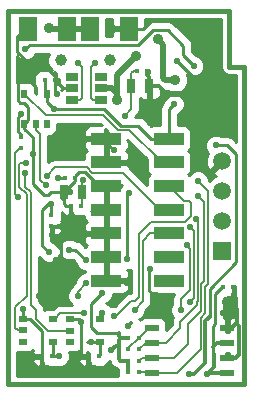
<source format=gbl>
G04 (created by PCBNEW-RS274X (2010-08-11 BZR 2448)-unstable) date Thu 16 Jun 2011 10:10:32 CST*
G01*
G70*
G90*
%MOIN*%
G04 Gerber Fmt 3.4, Leading zero omitted, Abs format*
%FSLAX34Y34*%
G04 APERTURE LIST*
%ADD10C,0.001000*%
%ADD11C,0.015000*%
%ADD12R,0.018100X0.018100*%
%ADD13R,0.025000X0.045000*%
%ADD14R,0.060000X0.080000*%
%ADD15R,0.045000X0.020000*%
%ADD16R,0.030000X0.020000*%
%ADD17R,0.020000X0.030000*%
%ADD18R,0.039400X0.027600*%
%ADD19C,0.039400*%
%ADD20R,0.098400X0.039400*%
%ADD21R,0.059100X0.059100*%
%ADD22C,0.059100*%
%ADD23C,0.022000*%
%ADD24C,0.035000*%
%ADD25C,0.011800*%
%ADD26C,0.010000*%
%ADD27C,0.020000*%
%ADD28C,0.006000*%
G04 APERTURE END LIST*
G54D10*
G54D11*
X47244Y-51811D02*
X39370Y-51811D01*
X47244Y-41220D02*
X47244Y-41220D01*
X46732Y-41221D02*
X47244Y-41221D01*
X46732Y-39370D02*
X46732Y-41220D01*
X39370Y-51811D02*
X39370Y-39370D01*
X47244Y-41220D02*
X47244Y-51811D01*
X39370Y-39370D02*
X46732Y-39370D01*
G54D12*
X43370Y-50640D03*
X43720Y-50640D03*
X46520Y-48580D03*
X46870Y-48580D03*
X43720Y-50260D03*
X43370Y-50260D03*
X40810Y-46180D03*
X40810Y-46530D03*
X41250Y-44940D03*
X41600Y-44940D03*
X43720Y-51020D03*
X43370Y-51020D03*
X43720Y-51410D03*
X43370Y-51410D03*
X42390Y-50880D03*
X42040Y-50880D03*
X40840Y-50880D03*
X40490Y-50880D03*
X40580Y-41680D03*
X40930Y-41680D03*
X39800Y-43920D03*
X39800Y-43570D03*
G54D13*
X43475Y-41875D03*
X44075Y-41875D03*
X41820Y-45400D03*
X41220Y-45400D03*
G54D14*
X42086Y-39961D03*
X43386Y-39961D03*
G54D15*
X46670Y-51420D03*
X46670Y-50920D03*
X46670Y-50420D03*
X46670Y-49920D03*
X44170Y-49920D03*
X44170Y-50420D03*
X44170Y-50920D03*
X44170Y-51420D03*
G54D16*
X41430Y-50395D03*
X41430Y-49645D03*
X42430Y-50395D03*
X41430Y-50020D03*
X42430Y-49645D03*
G54D17*
X40655Y-43120D03*
X39905Y-43120D03*
X40655Y-42120D03*
X40280Y-43120D03*
X39905Y-42120D03*
G54D16*
X39860Y-50385D03*
X39860Y-49635D03*
X40860Y-50385D03*
X39860Y-50010D03*
X40860Y-49635D03*
G54D18*
X41510Y-42320D03*
X41510Y-41945D03*
X41510Y-41572D03*
X42454Y-41570D03*
X42454Y-41948D03*
X42454Y-42320D03*
G54D19*
X41123Y-41015D03*
X42777Y-41015D03*
G54D12*
X43650Y-41375D03*
X44000Y-41375D03*
X41810Y-45870D03*
X41460Y-45870D03*
G54D20*
X44729Y-43630D03*
X42642Y-43630D03*
X44729Y-44417D03*
X42642Y-44417D03*
X44729Y-45205D03*
X42642Y-45205D03*
X44729Y-45992D03*
X42642Y-45992D03*
X44729Y-46780D03*
X42642Y-46780D03*
X44729Y-47567D03*
X42642Y-47567D03*
X44729Y-48354D03*
X42642Y-48354D03*
G54D21*
X46496Y-47366D03*
G54D22*
X46496Y-46366D03*
X46496Y-45366D03*
X46496Y-44366D03*
G54D14*
X40019Y-39961D03*
X41319Y-39961D03*
G54D23*
X43362Y-49874D03*
X43400Y-45440D03*
X43330Y-47650D03*
X41040Y-44930D03*
X45994Y-51458D03*
X42804Y-50676D03*
X39941Y-40650D03*
X45550Y-41190D03*
X42510Y-48760D03*
X41410Y-47320D03*
X41960Y-47680D03*
X40720Y-47400D03*
X40810Y-45810D03*
G54D24*
X44940Y-41670D03*
X44360Y-40310D03*
G54D23*
X41680Y-41100D03*
X45688Y-45032D03*
X45636Y-46314D03*
X45678Y-45528D03*
X39950Y-44430D03*
X39940Y-44780D03*
X40620Y-45180D03*
X41970Y-48440D03*
X41690Y-48860D03*
X41890Y-49440D03*
X42900Y-49550D03*
X43580Y-49320D03*
X42500Y-49430D03*
X40650Y-44870D03*
X42260Y-41090D03*
G54D24*
X43625Y-40875D03*
X43010Y-42340D03*
G54D23*
X44598Y-49498D03*
X46512Y-49438D03*
X44094Y-43110D03*
X45591Y-39705D03*
X45000Y-41024D03*
X45866Y-42126D03*
X40180Y-44150D03*
X41180Y-43980D03*
X44110Y-47960D03*
X44760Y-49210D03*
X42880Y-44010D03*
X40770Y-44160D03*
X41560Y-44170D03*
X40990Y-42120D03*
X46590Y-49070D03*
X43330Y-48430D03*
X40820Y-46830D03*
X40970Y-47670D03*
X40400Y-48880D03*
X39850Y-49300D03*
X41810Y-49730D03*
X41870Y-45000D03*
X43248Y-42854D03*
X45420Y-46570D03*
X45430Y-49070D03*
X45120Y-49340D03*
X45320Y-47170D03*
X39690Y-45570D03*
G54D24*
X40730Y-39930D03*
G54D23*
X46290Y-43850D03*
X45392Y-51466D03*
X39810Y-42790D03*
X44890Y-42470D03*
X41070Y-50880D03*
X42140Y-50400D03*
X40890Y-42630D03*
G54D25*
X43464Y-49766D02*
X43464Y-49772D01*
X43464Y-49772D02*
X43362Y-49874D01*
G54D26*
X43400Y-45440D02*
X43330Y-45510D01*
X43330Y-45510D02*
X43330Y-47650D01*
X41250Y-44940D02*
X40990Y-44940D01*
X40990Y-44940D02*
X41040Y-44930D01*
G54D25*
X43124Y-50260D02*
X43114Y-50260D01*
X43050Y-50324D02*
X43050Y-50522D01*
X43114Y-50260D02*
X43050Y-50324D01*
X46670Y-50420D02*
X46318Y-50420D01*
X46318Y-50420D02*
X46180Y-50558D01*
X46214Y-50790D02*
X46214Y-51238D01*
X46214Y-51238D02*
X45994Y-51458D01*
X46032Y-51420D02*
X46670Y-51420D01*
X45994Y-51458D02*
X46032Y-51420D01*
X42804Y-50676D02*
X42958Y-50522D01*
X42958Y-50522D02*
X43050Y-50522D01*
X43370Y-51410D02*
X43370Y-51020D01*
X43370Y-50260D02*
X43124Y-50260D01*
X43124Y-50260D02*
X43120Y-50260D01*
X43050Y-50190D02*
X43050Y-50100D01*
X43120Y-50260D02*
X43050Y-50190D01*
X43370Y-51020D02*
X43100Y-51020D01*
X43050Y-50970D02*
X43050Y-50522D01*
X43100Y-51020D02*
X43050Y-50970D01*
G54D26*
X40138Y-40500D02*
X40091Y-40500D01*
X40091Y-40500D02*
X39941Y-40650D01*
X46214Y-50790D02*
X46190Y-50790D01*
X46190Y-50790D02*
X46180Y-50780D01*
X43706Y-40500D02*
X40138Y-40500D01*
X44206Y-40000D02*
X43706Y-40500D01*
X44680Y-40000D02*
X44206Y-40000D01*
X45210Y-40530D02*
X44680Y-40000D01*
X45210Y-40850D02*
X45210Y-40530D01*
X45550Y-41190D02*
X45210Y-40850D01*
X42330Y-50100D02*
X43050Y-50100D01*
X42130Y-49900D02*
X42330Y-50100D01*
X42130Y-49140D02*
X42130Y-49900D01*
X42510Y-48760D02*
X42130Y-49140D01*
X41600Y-47320D02*
X41410Y-47320D01*
X41960Y-47680D02*
X41600Y-47320D01*
X46275Y-48815D02*
X46275Y-49790D01*
X46275Y-49790D02*
X46270Y-49790D01*
X40810Y-45810D02*
X40710Y-45810D01*
X40510Y-47190D02*
X40720Y-47400D01*
X40510Y-46010D02*
X40510Y-47190D01*
X40710Y-45810D02*
X40510Y-46010D01*
X46270Y-49790D02*
X46180Y-49880D01*
X46520Y-48580D02*
X46510Y-48580D01*
X46180Y-49880D02*
X46180Y-50558D01*
X46180Y-50558D02*
X46180Y-50780D01*
X46510Y-48580D02*
X46275Y-48815D01*
X40810Y-45810D02*
X40810Y-46180D01*
G54D27*
X44610Y-41670D02*
X44940Y-41670D01*
X44540Y-41600D02*
X44610Y-41670D01*
X44540Y-40490D02*
X44540Y-41600D01*
X44360Y-40310D02*
X44540Y-40490D01*
G54D28*
X41510Y-42320D02*
X41770Y-42320D01*
X41830Y-41250D02*
X41680Y-41100D01*
X41830Y-42260D02*
X41830Y-41250D01*
X41770Y-42320D02*
X41830Y-42260D01*
X44170Y-51420D02*
X45010Y-51420D01*
X46020Y-45364D02*
X45688Y-45032D01*
X46020Y-48481D02*
X46020Y-45364D01*
X45938Y-48563D02*
X46020Y-48481D01*
X45938Y-49444D02*
X45938Y-48563D01*
X45779Y-49603D02*
X45938Y-49444D01*
X45779Y-50651D02*
X45779Y-49603D01*
X45010Y-51420D02*
X45779Y-50651D01*
X43720Y-51410D02*
X44160Y-51410D01*
X44160Y-51410D02*
X44170Y-51420D01*
X45688Y-46568D02*
X45688Y-46366D01*
X45688Y-46366D02*
X45636Y-46314D01*
X45688Y-48526D02*
X45688Y-46568D01*
X45664Y-49174D02*
X45664Y-49046D01*
X45686Y-48526D02*
X45688Y-48526D01*
X45686Y-49024D02*
X45686Y-48526D01*
X45664Y-49046D02*
X45686Y-49024D01*
X44170Y-50420D02*
X44618Y-50420D01*
X45102Y-49736D02*
X45664Y-49174D01*
X45102Y-49936D02*
X45102Y-49736D01*
X44618Y-50420D02*
X45102Y-49936D01*
X43720Y-50640D02*
X43736Y-50640D01*
X43956Y-50420D02*
X44170Y-50420D01*
X43736Y-50640D02*
X43956Y-50420D01*
X44170Y-50920D02*
X43820Y-50920D01*
X43820Y-50920D02*
X43720Y-51020D01*
X44900Y-50920D02*
X44170Y-50920D01*
X45364Y-50456D02*
X44900Y-50920D01*
X45364Y-49804D02*
X45364Y-50456D01*
X45810Y-49358D02*
X45364Y-49804D01*
X45810Y-48466D02*
X45810Y-49358D01*
X45898Y-48378D02*
X45810Y-48466D01*
X45898Y-45748D02*
X45898Y-48378D01*
X45678Y-45528D02*
X45898Y-45748D01*
X39980Y-45470D02*
X39980Y-48880D01*
X39980Y-48880D02*
X39610Y-49250D01*
X39780Y-44430D02*
X39950Y-44430D01*
X39730Y-44480D02*
X39780Y-44430D01*
X39730Y-45220D02*
X39730Y-44480D01*
X39980Y-45470D02*
X39730Y-45220D01*
X39860Y-50010D02*
X39690Y-50010D01*
X39690Y-50010D02*
X39610Y-49930D01*
X39610Y-49930D02*
X39610Y-49250D01*
X40120Y-45790D02*
X40120Y-49160D01*
X40300Y-49620D02*
X40700Y-50020D01*
X40120Y-49160D02*
X40300Y-49340D01*
X40300Y-49340D02*
X40300Y-49620D01*
X40700Y-50020D02*
X41430Y-50020D01*
X40120Y-45410D02*
X40120Y-45790D01*
X39940Y-45230D02*
X40120Y-45410D01*
X39940Y-44780D02*
X39940Y-45230D01*
X40280Y-43330D02*
X40430Y-43480D01*
X40430Y-44990D02*
X40620Y-45180D01*
X40430Y-43480D02*
X40430Y-44990D01*
X40280Y-43120D02*
X40280Y-43330D01*
X41690Y-48720D02*
X41690Y-48860D01*
X41970Y-48440D02*
X41690Y-48720D01*
X40860Y-49635D02*
X40915Y-49635D01*
X41110Y-49440D02*
X41890Y-49440D01*
X40915Y-49635D02*
X41110Y-49440D01*
X44729Y-45205D02*
X44735Y-45205D01*
X44140Y-46400D02*
X43738Y-46802D01*
X45270Y-46400D02*
X44140Y-46400D01*
X45470Y-46200D02*
X45270Y-46400D01*
X45470Y-45780D02*
X45470Y-46200D01*
X45380Y-45690D02*
X45470Y-45780D01*
X45220Y-45690D02*
X45380Y-45690D01*
X44735Y-45205D02*
X45220Y-45690D01*
X43738Y-48750D02*
X43738Y-48902D01*
X43600Y-49040D02*
X43460Y-49040D01*
X43738Y-48902D02*
X43600Y-49040D01*
X43460Y-49040D02*
X42950Y-49550D01*
X42950Y-49550D02*
X42900Y-49550D01*
X43738Y-48750D02*
X43738Y-46802D01*
X43860Y-49040D02*
X43860Y-47030D01*
X43860Y-47030D02*
X44110Y-46780D01*
X44729Y-46780D02*
X44110Y-46780D01*
X43860Y-49040D02*
X43580Y-49320D01*
X42430Y-49500D02*
X42430Y-49645D01*
X42500Y-49430D02*
X42430Y-49500D01*
X44729Y-45992D02*
X44432Y-45992D01*
X40940Y-44580D02*
X40650Y-44870D01*
X41980Y-44580D02*
X40940Y-44580D01*
X42160Y-44760D02*
X41980Y-44580D01*
X43200Y-44760D02*
X42160Y-44760D01*
X44432Y-45992D02*
X43200Y-44760D01*
X44729Y-44417D02*
X44487Y-44417D01*
X39900Y-42120D02*
X39905Y-42120D01*
X40620Y-42840D02*
X39900Y-42120D01*
X42540Y-42840D02*
X40620Y-42840D01*
X43040Y-43340D02*
X42540Y-42840D01*
X43410Y-43340D02*
X43040Y-43340D01*
X44487Y-44417D02*
X43410Y-43340D01*
X42454Y-42320D02*
X42190Y-42320D01*
X42190Y-42320D02*
X42130Y-42260D01*
X42130Y-42260D02*
X42130Y-41220D01*
X42130Y-41220D02*
X42260Y-41090D01*
G54D27*
X43010Y-42340D02*
X43010Y-41490D01*
X43010Y-41490D02*
X43625Y-40875D01*
X42456Y-41950D02*
X42454Y-41948D01*
X42840Y-41950D02*
X42825Y-41950D01*
X42825Y-41950D02*
X42456Y-41950D01*
X43010Y-42120D02*
X42840Y-41950D01*
X43010Y-42340D02*
X43010Y-42120D01*
G54D25*
X46584Y-49396D02*
X46584Y-49376D01*
X46584Y-49376D02*
X46670Y-49290D01*
X46670Y-49290D02*
X46660Y-49290D01*
X46660Y-49290D02*
X46512Y-49438D01*
X47046Y-50850D02*
X47042Y-50850D01*
X46984Y-49808D02*
X47046Y-49870D01*
X47046Y-49870D02*
X47046Y-50850D01*
X46984Y-49748D02*
X46984Y-49808D01*
X46972Y-50920D02*
X46670Y-50920D01*
X47042Y-50850D02*
X46972Y-50920D01*
X46670Y-49920D02*
X46812Y-49920D01*
X46984Y-49298D02*
X46870Y-49184D01*
X46984Y-49748D02*
X46984Y-49298D01*
X46812Y-49920D02*
X46984Y-49748D01*
X44000Y-41375D02*
X44000Y-41500D01*
X44075Y-41575D02*
X44075Y-41875D01*
X44000Y-41500D02*
X44075Y-41575D01*
X44075Y-41875D02*
X44400Y-41875D01*
X44400Y-41875D02*
X44678Y-42153D01*
G54D27*
X44198Y-42677D02*
X44198Y-42633D01*
G54D26*
X44094Y-43110D02*
X44198Y-43006D01*
X44198Y-43006D02*
X44198Y-42677D01*
G54D27*
X44198Y-42633D02*
X44678Y-42153D01*
X44678Y-42153D02*
X44705Y-42126D01*
X44705Y-42126D02*
X45866Y-42126D01*
G54D26*
X43386Y-39961D02*
X43877Y-39961D01*
X44133Y-39705D02*
X45591Y-39705D01*
X43877Y-39961D02*
X44133Y-39705D01*
X40019Y-39961D02*
X39921Y-39961D01*
X39665Y-40728D02*
X40147Y-41210D01*
X39665Y-40217D02*
X39665Y-40728D01*
X39921Y-39961D02*
X39665Y-40217D01*
X45866Y-41890D02*
X45000Y-41024D01*
X45866Y-41890D02*
X45866Y-42126D01*
X41170Y-43990D02*
X41170Y-44160D01*
X41180Y-43980D02*
X41170Y-43990D01*
X41220Y-45400D02*
X40810Y-45400D01*
X40810Y-45400D02*
X40710Y-45500D01*
X40710Y-45500D02*
X40550Y-45500D01*
X40550Y-45500D02*
X40180Y-45130D01*
X40180Y-45130D02*
X40180Y-44150D01*
X39905Y-43295D02*
X39905Y-43120D01*
X40180Y-44150D02*
X40180Y-43570D01*
X40180Y-43570D02*
X39905Y-43295D01*
X44050Y-48020D02*
X44110Y-47960D01*
X44050Y-48680D02*
X44050Y-48020D01*
X44130Y-48760D02*
X44050Y-48680D01*
X44310Y-48760D02*
X44130Y-48760D01*
X44760Y-49210D02*
X44310Y-48760D01*
X42642Y-43772D02*
X42642Y-43630D01*
X42880Y-44010D02*
X42642Y-43772D01*
X42642Y-43630D02*
X41970Y-43630D01*
X41970Y-43630D02*
X41560Y-44040D01*
X41560Y-44040D02*
X41560Y-44170D01*
X41550Y-44160D02*
X41170Y-44160D01*
X41170Y-44160D02*
X40770Y-44160D01*
X41560Y-44170D02*
X41550Y-44160D01*
X41600Y-44940D02*
X41600Y-44870D01*
X42405Y-45205D02*
X42642Y-45205D01*
X41930Y-44730D02*
X42405Y-45205D01*
X41740Y-44730D02*
X41930Y-44730D01*
X41600Y-44870D02*
X41740Y-44730D01*
X41600Y-44940D02*
X41600Y-45020D01*
X41600Y-45020D02*
X41220Y-45400D01*
X42642Y-43630D02*
X42642Y-44417D01*
X40250Y-41210D02*
X40147Y-41210D01*
X40147Y-41210D02*
X40090Y-41210D01*
X40090Y-41210D02*
X39680Y-41620D01*
X39680Y-41620D02*
X39680Y-42340D01*
X39680Y-42340D02*
X39760Y-42420D01*
X39760Y-42420D02*
X39880Y-42420D01*
X39880Y-42420D02*
X40040Y-42580D01*
X40040Y-42580D02*
X40040Y-42985D01*
X40040Y-42985D02*
X39905Y-43120D01*
X40930Y-42060D02*
X40930Y-41680D01*
X40990Y-42120D02*
X40930Y-42060D01*
X40250Y-41210D02*
X40600Y-41210D01*
X40930Y-41540D02*
X40930Y-41680D01*
X40600Y-41210D02*
X40930Y-41540D01*
X40930Y-41680D02*
X41200Y-41950D01*
X41200Y-41950D02*
X41505Y-41950D01*
X41505Y-41950D02*
X41510Y-41945D01*
X46670Y-49150D02*
X46670Y-49290D01*
X46590Y-49070D02*
X46670Y-49150D01*
X42642Y-48354D02*
X43254Y-48354D01*
X43254Y-48354D02*
X43330Y-48430D01*
X40820Y-46830D02*
X40930Y-46830D01*
X41140Y-47500D02*
X40970Y-47670D01*
X41140Y-47040D02*
X41140Y-47500D01*
X40930Y-46830D02*
X41140Y-47040D01*
X41220Y-45400D02*
X41220Y-45790D01*
X41300Y-45870D02*
X41460Y-45870D01*
X41220Y-45790D02*
X41300Y-45870D01*
X40810Y-46530D02*
X41290Y-46530D01*
X41460Y-46360D02*
X41460Y-45870D01*
X41290Y-46530D02*
X41460Y-46360D01*
X40810Y-46820D02*
X40810Y-46530D01*
X40820Y-46830D02*
X40810Y-46820D01*
X40970Y-47670D02*
X40400Y-48240D01*
X40400Y-48240D02*
X40400Y-48880D01*
X39860Y-49310D02*
X39860Y-49635D01*
X39850Y-49300D02*
X39860Y-49310D01*
X41810Y-49730D02*
X41810Y-49740D01*
X41810Y-49740D02*
X41715Y-49645D01*
X41715Y-49645D02*
X41430Y-49645D01*
X39860Y-49635D02*
X40095Y-49635D01*
X40490Y-50030D02*
X40490Y-50880D01*
X40095Y-49635D02*
X40490Y-50030D01*
X41900Y-50880D02*
X42040Y-50880D01*
X41810Y-50790D02*
X41900Y-50880D01*
X41810Y-49740D02*
X41810Y-50790D01*
X46870Y-48580D02*
X46870Y-49184D01*
X46870Y-49184D02*
X46870Y-49200D01*
X46870Y-49200D02*
X46670Y-49290D01*
X42642Y-45205D02*
X42642Y-45992D01*
X42642Y-45992D02*
X42642Y-46780D01*
X42642Y-46780D02*
X42642Y-47567D01*
X42642Y-47567D02*
X42642Y-48354D01*
G54D28*
X41820Y-45050D02*
X41820Y-45400D01*
X41870Y-45000D02*
X41820Y-45050D01*
X41820Y-45400D02*
X41820Y-45860D01*
X41820Y-45860D02*
X41810Y-45870D01*
X43650Y-41375D02*
X43550Y-41375D01*
X43475Y-41450D02*
X43475Y-41875D01*
X43550Y-41375D02*
X43475Y-41450D01*
X43475Y-41875D02*
X43475Y-42627D01*
X43475Y-42627D02*
X43248Y-42854D01*
X45564Y-46710D02*
X45560Y-46710D01*
X45560Y-46710D02*
X45420Y-46570D01*
X45564Y-46710D02*
X45564Y-48936D01*
X45564Y-48936D02*
X45430Y-49070D01*
X43370Y-50640D02*
X43370Y-50610D01*
X43370Y-50610D02*
X43720Y-50260D01*
X44170Y-49920D02*
X44060Y-49920D01*
X44060Y-49920D02*
X43720Y-50260D01*
X45120Y-48980D02*
X45120Y-49340D01*
X45440Y-48660D02*
X45120Y-48980D01*
X45440Y-47290D02*
X45440Y-48660D01*
X45320Y-47170D02*
X45440Y-47290D01*
X39600Y-45480D02*
X39600Y-44090D01*
X39800Y-43920D02*
X39770Y-43920D01*
X39770Y-43920D02*
X39600Y-44090D01*
X39600Y-45480D02*
X39690Y-45570D01*
G54D27*
X41319Y-39961D02*
X42086Y-39961D01*
X40761Y-39961D02*
X41319Y-39961D01*
X40730Y-39930D02*
X40761Y-39961D01*
G54D25*
X45392Y-51466D02*
X45575Y-51466D01*
X45962Y-49671D02*
X45962Y-49684D01*
X45930Y-49703D02*
X45962Y-49671D01*
X45930Y-51111D02*
X45930Y-49703D01*
X45575Y-51466D02*
X45930Y-51111D01*
X46080Y-49520D02*
X46080Y-49566D01*
G54D26*
X46960Y-47740D02*
X46080Y-48620D01*
X46960Y-44140D02*
X46960Y-47740D01*
X46670Y-43850D02*
X46960Y-44140D01*
X46290Y-43850D02*
X46670Y-43850D01*
X46080Y-48620D02*
X46080Y-49520D01*
G54D25*
X46080Y-49566D02*
X45962Y-49684D01*
G54D26*
X39690Y-42940D02*
X39680Y-42940D01*
X39680Y-42950D02*
X39690Y-42940D01*
X39680Y-42920D02*
X39680Y-42950D01*
X39810Y-42790D02*
X39680Y-42920D01*
X44729Y-43630D02*
X44729Y-42631D01*
X44729Y-42631D02*
X44890Y-42470D01*
X40840Y-50880D02*
X41070Y-50880D01*
X42145Y-50395D02*
X42430Y-50395D01*
X42140Y-50400D02*
X42145Y-50395D01*
X41995Y-50395D02*
X42430Y-50395D01*
X39800Y-43570D02*
X39800Y-43500D01*
X39800Y-43500D02*
X39680Y-43380D01*
X39680Y-42940D02*
X39680Y-43380D01*
X42430Y-50395D02*
X42430Y-50840D01*
X42430Y-50840D02*
X42390Y-50880D01*
X40860Y-50385D02*
X40860Y-50860D01*
X40860Y-50860D02*
X40840Y-50880D01*
X40890Y-42630D02*
X42560Y-42630D01*
X44140Y-43630D02*
X44729Y-43630D01*
X43700Y-43190D02*
X44140Y-43630D01*
X43120Y-43190D02*
X43700Y-43190D01*
X42560Y-42630D02*
X43120Y-43190D01*
X40655Y-42120D02*
X40655Y-42395D01*
X40655Y-42395D02*
X40890Y-42630D01*
X40580Y-41680D02*
X40580Y-42045D01*
X40580Y-42045D02*
X40655Y-42120D01*
G54D10*
G36*
X43031Y-51536D02*
X43031Y-51314D01*
X42982Y-51305D01*
X42948Y-51282D01*
X42881Y-51238D01*
X42832Y-51188D01*
X42765Y-51088D01*
X42754Y-51036D01*
X42732Y-51036D01*
X42723Y-51032D01*
X42691Y-51111D01*
X42621Y-51181D01*
X42529Y-51219D01*
X42250Y-51219D01*
X42214Y-51204D01*
X42179Y-51219D01*
X42147Y-51220D01*
X42085Y-51158D01*
X42085Y-51101D01*
X42051Y-51019D01*
X42051Y-50752D01*
X41995Y-50729D01*
X41995Y-50835D01*
X41762Y-50835D01*
X41701Y-50774D01*
X41701Y-50839D01*
X41701Y-50986D01*
X41762Y-50925D01*
X41995Y-50925D01*
X41995Y-51158D01*
X41933Y-51220D01*
X41901Y-51219D01*
X41809Y-51181D01*
X41739Y-51111D01*
X41701Y-51020D01*
X41701Y-50986D01*
X41700Y-50987D01*
X41701Y-50921D01*
X41701Y-50986D01*
X41701Y-50839D01*
X41700Y-50773D01*
X41701Y-50774D01*
X41701Y-50740D01*
X41713Y-50708D01*
X41629Y-50744D01*
X41402Y-50744D01*
X41430Y-50809D01*
X41430Y-50952D01*
X41375Y-51084D01*
X41273Y-51185D01*
X41141Y-51240D01*
X40998Y-51240D01*
X40947Y-51219D01*
X40700Y-51219D01*
X40664Y-51204D01*
X40629Y-51219D01*
X40597Y-51220D01*
X40535Y-51158D01*
X40535Y-51101D01*
X40501Y-51019D01*
X40501Y-50830D01*
X40445Y-50830D01*
X40445Y-50835D01*
X40212Y-50835D01*
X40151Y-50774D01*
X40151Y-50839D01*
X40151Y-50986D01*
X40212Y-50925D01*
X40445Y-50925D01*
X40445Y-51158D01*
X40383Y-51220D01*
X40351Y-51219D01*
X40259Y-51181D01*
X40189Y-51111D01*
X40151Y-51020D01*
X40151Y-50986D01*
X40150Y-50987D01*
X40151Y-50921D01*
X40151Y-50986D01*
X40151Y-50839D01*
X40150Y-50773D01*
X40151Y-50774D01*
X40151Y-50740D01*
X40182Y-50664D01*
X40151Y-50696D01*
X40059Y-50734D01*
X39660Y-50734D01*
X39645Y-50727D01*
X39645Y-51536D01*
X40383Y-51536D01*
X40383Y-51220D01*
X40383Y-51536D01*
X41933Y-51536D01*
X41933Y-51220D01*
X41933Y-51536D01*
X43031Y-51536D01*
X43031Y-51536D01*
G37*
G54D26*
X43031Y-51536D02*
X43031Y-51314D01*
X42982Y-51305D01*
X42948Y-51282D01*
X42881Y-51238D01*
X42832Y-51188D01*
X42765Y-51088D01*
X42754Y-51036D01*
X42732Y-51036D01*
X42723Y-51032D01*
X42691Y-51111D01*
X42621Y-51181D01*
X42529Y-51219D01*
X42250Y-51219D01*
X42214Y-51204D01*
X42179Y-51219D01*
X42147Y-51220D01*
X42085Y-51158D01*
X42085Y-51101D01*
X42051Y-51019D01*
X42051Y-50752D01*
X41995Y-50729D01*
X41995Y-50835D01*
X41762Y-50835D01*
X41701Y-50774D01*
X41701Y-50839D01*
X41701Y-50986D01*
X41762Y-50925D01*
X41995Y-50925D01*
X41995Y-51158D01*
X41933Y-51220D01*
X41901Y-51219D01*
X41809Y-51181D01*
X41739Y-51111D01*
X41701Y-51020D01*
X41701Y-50986D01*
X41700Y-50987D01*
X41701Y-50921D01*
X41701Y-50986D01*
X41701Y-50839D01*
X41700Y-50773D01*
X41701Y-50774D01*
X41701Y-50740D01*
X41713Y-50708D01*
X41629Y-50744D01*
X41402Y-50744D01*
X41430Y-50809D01*
X41430Y-50952D01*
X41375Y-51084D01*
X41273Y-51185D01*
X41141Y-51240D01*
X40998Y-51240D01*
X40947Y-51219D01*
X40700Y-51219D01*
X40664Y-51204D01*
X40629Y-51219D01*
X40597Y-51220D01*
X40535Y-51158D01*
X40535Y-51101D01*
X40501Y-51019D01*
X40501Y-50830D01*
X40445Y-50830D01*
X40445Y-50835D01*
X40212Y-50835D01*
X40151Y-50774D01*
X40151Y-50839D01*
X40151Y-50986D01*
X40212Y-50925D01*
X40445Y-50925D01*
X40445Y-51158D01*
X40383Y-51220D01*
X40351Y-51219D01*
X40259Y-51181D01*
X40189Y-51111D01*
X40151Y-51020D01*
X40151Y-50986D01*
X40150Y-50987D01*
X40151Y-50921D01*
X40151Y-50986D01*
X40151Y-50839D01*
X40150Y-50773D01*
X40151Y-50774D01*
X40151Y-50740D01*
X40182Y-50664D01*
X40151Y-50696D01*
X40059Y-50734D01*
X39660Y-50734D01*
X39645Y-50727D01*
X39645Y-51536D01*
X40383Y-51536D01*
X40383Y-51220D01*
X40383Y-51536D01*
X41933Y-51536D01*
X41933Y-51220D01*
X41933Y-51536D01*
X43031Y-51536D01*
G54D10*
G36*
X46720Y-50970D02*
X46720Y-50870D01*
X46720Y-50769D01*
X46620Y-50769D01*
X46620Y-50870D01*
X46523Y-50870D01*
X46523Y-50970D01*
X46620Y-50970D01*
X46720Y-50970D01*
X46720Y-50970D01*
G37*
G54D26*
X46720Y-50970D02*
X46720Y-50870D01*
X46720Y-50769D01*
X46620Y-50769D01*
X46620Y-50870D01*
X46523Y-50870D01*
X46523Y-50970D01*
X46620Y-50970D01*
X46720Y-50970D01*
G54D10*
G36*
X46720Y-50071D02*
X46720Y-49970D01*
X46720Y-49870D01*
X46720Y-49632D01*
X46782Y-49570D01*
X46846Y-49571D01*
X46945Y-49571D01*
X46969Y-49581D01*
X46969Y-48912D01*
X46915Y-48858D01*
X46915Y-48625D01*
X46920Y-48625D01*
X46920Y-48535D01*
X46915Y-48535D01*
X46915Y-48530D01*
X46859Y-48530D01*
X46859Y-48720D01*
X46825Y-48801D01*
X46825Y-48858D01*
X46763Y-48920D01*
X46731Y-48919D01*
X46695Y-48904D01*
X46659Y-48919D01*
X46594Y-48919D01*
X46575Y-48939D01*
X46575Y-49587D01*
X46620Y-49632D01*
X46620Y-49870D01*
X46620Y-49970D01*
X46620Y-50071D01*
X46720Y-50071D01*
X46720Y-50071D01*
G37*
G54D26*
X46720Y-50071D02*
X46720Y-49970D01*
X46720Y-49870D01*
X46720Y-49632D01*
X46782Y-49570D01*
X46846Y-49571D01*
X46945Y-49571D01*
X46969Y-49581D01*
X46969Y-48912D01*
X46915Y-48858D01*
X46915Y-48625D01*
X46920Y-48625D01*
X46920Y-48535D01*
X46915Y-48535D01*
X46915Y-48530D01*
X46859Y-48530D01*
X46859Y-48720D01*
X46825Y-48801D01*
X46825Y-48858D01*
X46763Y-48920D01*
X46731Y-48919D01*
X46695Y-48904D01*
X46659Y-48919D01*
X46594Y-48919D01*
X46575Y-48939D01*
X46575Y-49587D01*
X46620Y-49632D01*
X46620Y-49870D01*
X46620Y-49970D01*
X46620Y-50071D01*
X46720Y-50071D01*
G54D10*
G36*
X44644Y-49998D02*
X44822Y-49820D01*
X44822Y-49736D01*
X44843Y-49629D01*
X44866Y-49594D01*
X44815Y-49543D01*
X44760Y-49411D01*
X44760Y-49268D01*
X44815Y-49136D01*
X44840Y-49111D01*
X44840Y-48980D01*
X44861Y-48873D01*
X44909Y-48800D01*
X44187Y-48800D01*
X44140Y-48780D01*
X44140Y-49040D01*
X44119Y-49147D01*
X44058Y-49238D01*
X44057Y-49238D01*
X44057Y-49239D01*
X43940Y-49356D01*
X43940Y-49392D01*
X43885Y-49524D01*
X43783Y-49625D01*
X43744Y-49641D01*
X43749Y-49648D01*
X43751Y-49661D01*
X43804Y-49609D01*
X43896Y-49571D01*
X44445Y-49571D01*
X44536Y-49609D01*
X44606Y-49679D01*
X44644Y-49771D01*
X44644Y-49998D01*
X44644Y-49998D01*
G37*
G54D26*
X44644Y-49998D02*
X44822Y-49820D01*
X44822Y-49736D01*
X44843Y-49629D01*
X44866Y-49594D01*
X44815Y-49543D01*
X44760Y-49411D01*
X44760Y-49268D01*
X44815Y-49136D01*
X44840Y-49111D01*
X44840Y-48980D01*
X44861Y-48873D01*
X44909Y-48800D01*
X44187Y-48800D01*
X44140Y-48780D01*
X44140Y-49040D01*
X44119Y-49147D01*
X44058Y-49238D01*
X44057Y-49238D01*
X44057Y-49239D01*
X43940Y-49356D01*
X43940Y-49392D01*
X43885Y-49524D01*
X43783Y-49625D01*
X43744Y-49641D01*
X43749Y-49648D01*
X43751Y-49661D01*
X43804Y-49609D01*
X43896Y-49571D01*
X44445Y-49571D01*
X44536Y-49609D01*
X44606Y-49679D01*
X44644Y-49771D01*
X44644Y-49998D01*
G54D10*
G36*
X40576Y-49320D02*
X40661Y-49286D01*
X40867Y-49286D01*
X40911Y-49243D01*
X40911Y-49242D01*
X40912Y-49242D01*
X41003Y-49181D01*
X41110Y-49160D01*
X41481Y-49160D01*
X41385Y-49063D01*
X41330Y-48931D01*
X41330Y-48788D01*
X41385Y-48656D01*
X41436Y-48605D01*
X41492Y-48522D01*
X41610Y-48404D01*
X41610Y-48368D01*
X41665Y-48236D01*
X41767Y-48135D01*
X41899Y-48080D01*
X41912Y-48080D01*
X41929Y-48039D01*
X41888Y-48040D01*
X41756Y-47985D01*
X41655Y-47883D01*
X41600Y-47751D01*
X41600Y-47744D01*
X41519Y-47663D01*
X41481Y-47680D01*
X41338Y-47680D01*
X41206Y-47625D01*
X41105Y-47523D01*
X41080Y-47463D01*
X41080Y-47472D01*
X41025Y-47604D01*
X40923Y-47705D01*
X40791Y-47760D01*
X40648Y-47760D01*
X40516Y-47705D01*
X40415Y-47603D01*
X40400Y-47567D01*
X40400Y-49044D01*
X40498Y-49142D01*
X40559Y-49233D01*
X40576Y-49320D01*
X40576Y-49320D01*
G37*
G54D26*
X40576Y-49320D02*
X40661Y-49286D01*
X40867Y-49286D01*
X40911Y-49243D01*
X40911Y-49242D01*
X40912Y-49242D01*
X41003Y-49181D01*
X41110Y-49160D01*
X41481Y-49160D01*
X41385Y-49063D01*
X41330Y-48931D01*
X41330Y-48788D01*
X41385Y-48656D01*
X41436Y-48605D01*
X41492Y-48522D01*
X41610Y-48404D01*
X41610Y-48368D01*
X41665Y-48236D01*
X41767Y-48135D01*
X41899Y-48080D01*
X41912Y-48080D01*
X41929Y-48039D01*
X41888Y-48040D01*
X41756Y-47985D01*
X41655Y-47883D01*
X41600Y-47751D01*
X41600Y-47744D01*
X41519Y-47663D01*
X41481Y-47680D01*
X41338Y-47680D01*
X41206Y-47625D01*
X41105Y-47523D01*
X41080Y-47463D01*
X41080Y-47472D01*
X41025Y-47604D01*
X40923Y-47705D01*
X40791Y-47760D01*
X40648Y-47760D01*
X40516Y-47705D01*
X40415Y-47603D01*
X40400Y-47567D01*
X40400Y-49044D01*
X40498Y-49142D01*
X40559Y-49233D01*
X40576Y-49320D01*
G54D10*
G36*
X42786Y-49207D02*
X42829Y-49190D01*
X42913Y-49190D01*
X43261Y-48842D01*
X43352Y-48781D01*
X43458Y-48760D01*
X43458Y-47986D01*
X43401Y-48010D01*
X43338Y-48010D01*
X43345Y-48016D01*
X43383Y-48108D01*
X43384Y-48242D01*
X43322Y-48304D01*
X42692Y-48304D01*
X42692Y-47969D01*
X42700Y-47960D01*
X42692Y-47952D01*
X42692Y-47617D01*
X42970Y-47617D01*
X42970Y-47578D01*
X42995Y-47517D01*
X42692Y-47517D01*
X42692Y-47182D01*
X42700Y-47173D01*
X42692Y-47165D01*
X42692Y-46830D01*
X43030Y-46830D01*
X43030Y-46730D01*
X42692Y-46730D01*
X42692Y-46395D01*
X42700Y-46385D01*
X42692Y-46377D01*
X42692Y-46042D01*
X43030Y-46042D01*
X43030Y-45942D01*
X42692Y-45942D01*
X42692Y-45607D01*
X42700Y-45598D01*
X42692Y-45590D01*
X42692Y-45255D01*
X43087Y-45255D01*
X43095Y-45236D01*
X43175Y-45154D01*
X42692Y-45155D01*
X42692Y-45040D01*
X42592Y-45040D01*
X42592Y-45155D01*
X42195Y-45155D01*
X42194Y-45158D01*
X42194Y-45255D01*
X42592Y-45255D01*
X42592Y-45590D01*
X42583Y-45598D01*
X42592Y-45607D01*
X42592Y-45942D01*
X42149Y-45942D01*
X42149Y-46010D01*
X42135Y-46042D01*
X42592Y-46042D01*
X42592Y-46377D01*
X42582Y-46385D01*
X42592Y-46395D01*
X42592Y-46730D01*
X41962Y-46730D01*
X41900Y-46668D01*
X41901Y-46534D01*
X41939Y-46442D01*
X41994Y-46385D01*
X41939Y-46330D01*
X41901Y-46238D01*
X41900Y-46209D01*
X41670Y-46209D01*
X41634Y-46194D01*
X41599Y-46209D01*
X41567Y-46210D01*
X41505Y-46148D01*
X41505Y-46091D01*
X41471Y-46009D01*
X41471Y-45842D01*
X41410Y-45867D01*
X41410Y-45915D01*
X41415Y-45915D01*
X41415Y-46148D01*
X41353Y-46210D01*
X41321Y-46209D01*
X41229Y-46171D01*
X41159Y-46101D01*
X41149Y-46077D01*
X41149Y-46320D01*
X41134Y-46355D01*
X41149Y-46391D01*
X41150Y-46423D01*
X41088Y-46485D01*
X41031Y-46485D01*
X40949Y-46519D01*
X40810Y-46519D01*
X40810Y-47047D01*
X40917Y-47092D01*
X40917Y-46870D01*
X40851Y-46869D01*
X40916Y-46869D01*
X40855Y-46808D01*
X40855Y-46575D01*
X41088Y-46575D01*
X41150Y-46637D01*
X41149Y-46669D01*
X41111Y-46761D01*
X41041Y-46831D01*
X40950Y-46869D01*
X40916Y-46869D01*
X40917Y-46870D01*
X40917Y-47092D01*
X40924Y-47095D01*
X41025Y-47197D01*
X41050Y-47257D01*
X41050Y-47248D01*
X41105Y-47116D01*
X41207Y-47015D01*
X41339Y-46960D01*
X41482Y-46960D01*
X41614Y-47015D01*
X41623Y-47024D01*
X41715Y-47043D01*
X41812Y-47108D01*
X41937Y-47233D01*
X41939Y-47229D01*
X41994Y-47173D01*
X41939Y-47118D01*
X41901Y-47026D01*
X41900Y-46892D01*
X41962Y-46830D01*
X42592Y-46830D01*
X42592Y-47165D01*
X42583Y-47173D01*
X42592Y-47182D01*
X42592Y-47517D01*
X42281Y-47517D01*
X42320Y-47609D01*
X42320Y-47617D01*
X42592Y-47617D01*
X42592Y-47952D01*
X42583Y-47960D01*
X42592Y-47969D01*
X42592Y-48304D01*
X42592Y-48404D01*
X42692Y-48445D01*
X42692Y-48404D01*
X43322Y-48404D01*
X43384Y-48466D01*
X43383Y-48600D01*
X43345Y-48692D01*
X43275Y-48762D01*
X43184Y-48800D01*
X42870Y-48800D01*
X42870Y-48832D01*
X42815Y-48964D01*
X42713Y-49065D01*
X42636Y-49096D01*
X42704Y-49125D01*
X42786Y-49207D01*
X42786Y-49207D01*
G37*
G54D26*
X42786Y-49207D02*
X42829Y-49190D01*
X42913Y-49190D01*
X43261Y-48842D01*
X43352Y-48781D01*
X43458Y-48760D01*
X43458Y-47986D01*
X43401Y-48010D01*
X43338Y-48010D01*
X43345Y-48016D01*
X43383Y-48108D01*
X43384Y-48242D01*
X43322Y-48304D01*
X42692Y-48304D01*
X42692Y-47969D01*
X42700Y-47960D01*
X42692Y-47952D01*
X42692Y-47617D01*
X42970Y-47617D01*
X42970Y-47578D01*
X42995Y-47517D01*
X42692Y-47517D01*
X42692Y-47182D01*
X42700Y-47173D01*
X42692Y-47165D01*
X42692Y-46830D01*
X43030Y-46830D01*
X43030Y-46730D01*
X42692Y-46730D01*
X42692Y-46395D01*
X42700Y-46385D01*
X42692Y-46377D01*
X42692Y-46042D01*
X43030Y-46042D01*
X43030Y-45942D01*
X42692Y-45942D01*
X42692Y-45607D01*
X42700Y-45598D01*
X42692Y-45590D01*
X42692Y-45255D01*
X43087Y-45255D01*
X43095Y-45236D01*
X43175Y-45154D01*
X42692Y-45155D01*
X42692Y-45040D01*
X42592Y-45040D01*
X42592Y-45155D01*
X42195Y-45155D01*
X42194Y-45158D01*
X42194Y-45255D01*
X42592Y-45255D01*
X42592Y-45590D01*
X42583Y-45598D01*
X42592Y-45607D01*
X42592Y-45942D01*
X42149Y-45942D01*
X42149Y-46010D01*
X42135Y-46042D01*
X42592Y-46042D01*
X42592Y-46377D01*
X42582Y-46385D01*
X42592Y-46395D01*
X42592Y-46730D01*
X41962Y-46730D01*
X41900Y-46668D01*
X41901Y-46534D01*
X41939Y-46442D01*
X41994Y-46385D01*
X41939Y-46330D01*
X41901Y-46238D01*
X41900Y-46209D01*
X41670Y-46209D01*
X41634Y-46194D01*
X41599Y-46209D01*
X41567Y-46210D01*
X41505Y-46148D01*
X41505Y-46091D01*
X41471Y-46009D01*
X41471Y-45842D01*
X41410Y-45867D01*
X41410Y-45915D01*
X41415Y-45915D01*
X41415Y-46148D01*
X41353Y-46210D01*
X41321Y-46209D01*
X41229Y-46171D01*
X41159Y-46101D01*
X41149Y-46077D01*
X41149Y-46320D01*
X41134Y-46355D01*
X41149Y-46391D01*
X41150Y-46423D01*
X41088Y-46485D01*
X41031Y-46485D01*
X40949Y-46519D01*
X40810Y-46519D01*
X40810Y-47047D01*
X40917Y-47092D01*
X40917Y-46870D01*
X40851Y-46869D01*
X40916Y-46869D01*
X40855Y-46808D01*
X40855Y-46575D01*
X41088Y-46575D01*
X41150Y-46637D01*
X41149Y-46669D01*
X41111Y-46761D01*
X41041Y-46831D01*
X40950Y-46869D01*
X40916Y-46869D01*
X40917Y-46870D01*
X40917Y-47092D01*
X40924Y-47095D01*
X41025Y-47197D01*
X41050Y-47257D01*
X41050Y-47248D01*
X41105Y-47116D01*
X41207Y-47015D01*
X41339Y-46960D01*
X41482Y-46960D01*
X41614Y-47015D01*
X41623Y-47024D01*
X41715Y-47043D01*
X41812Y-47108D01*
X41937Y-47233D01*
X41939Y-47229D01*
X41994Y-47173D01*
X41939Y-47118D01*
X41901Y-47026D01*
X41900Y-46892D01*
X41962Y-46830D01*
X42592Y-46830D01*
X42592Y-47165D01*
X42583Y-47173D01*
X42592Y-47182D01*
X42592Y-47517D01*
X42281Y-47517D01*
X42320Y-47609D01*
X42320Y-47617D01*
X42592Y-47617D01*
X42592Y-47952D01*
X42583Y-47960D01*
X42592Y-47969D01*
X42592Y-48304D01*
X42592Y-48404D01*
X42692Y-48445D01*
X42692Y-48404D01*
X43322Y-48404D01*
X43384Y-48466D01*
X43383Y-48600D01*
X43345Y-48692D01*
X43275Y-48762D01*
X43184Y-48800D01*
X42870Y-48800D01*
X42870Y-48832D01*
X42815Y-48964D01*
X42713Y-49065D01*
X42636Y-49096D01*
X42704Y-49125D01*
X42786Y-49207D01*
G54D10*
G36*
X41170Y-45628D02*
X41229Y-45569D01*
X41270Y-45552D01*
X41270Y-45450D01*
X41446Y-45450D01*
X41446Y-45350D01*
X41270Y-45350D01*
X41270Y-45279D01*
X41170Y-45279D01*
X41170Y-45350D01*
X41170Y-45450D01*
X41170Y-45628D01*
X41170Y-45628D01*
G37*
G54D26*
X41170Y-45628D02*
X41229Y-45569D01*
X41270Y-45552D01*
X41270Y-45450D01*
X41446Y-45450D01*
X41446Y-45350D01*
X41270Y-45350D01*
X41270Y-45279D01*
X41170Y-45279D01*
X41170Y-45350D01*
X41170Y-45450D01*
X41170Y-45628D01*
G54D10*
G36*
X43988Y-45152D02*
X43988Y-44958D01*
X44026Y-44867D01*
X44081Y-44810D01*
X44026Y-44755D01*
X43988Y-44663D01*
X43988Y-44314D01*
X43334Y-43660D01*
X43334Y-43680D01*
X43322Y-43680D01*
X43384Y-43742D01*
X43383Y-43876D01*
X43345Y-43968D01*
X43289Y-44023D01*
X43345Y-44079D01*
X43383Y-44171D01*
X43384Y-44305D01*
X43322Y-44367D01*
X42692Y-44367D01*
X42692Y-44032D01*
X42700Y-44023D01*
X42692Y-44015D01*
X42692Y-43680D01*
X42692Y-43580D01*
X42692Y-43388D01*
X42592Y-43288D01*
X42592Y-43580D01*
X41962Y-43580D01*
X41900Y-43518D01*
X41901Y-43384D01*
X41939Y-43292D01*
X42009Y-43222D01*
X42100Y-43184D01*
X42199Y-43184D01*
X42486Y-43183D01*
X42423Y-43120D01*
X41004Y-43120D01*
X41004Y-43320D01*
X40966Y-43411D01*
X40896Y-43481D01*
X40804Y-43519D01*
X40710Y-43519D01*
X40710Y-44414D01*
X40742Y-44382D01*
X40832Y-44321D01*
X40940Y-44300D01*
X41900Y-44300D01*
X41901Y-44171D01*
X41939Y-44079D01*
X41994Y-44023D01*
X41939Y-43968D01*
X41901Y-43876D01*
X41900Y-43742D01*
X41962Y-43680D01*
X42592Y-43680D01*
X42592Y-44015D01*
X42583Y-44023D01*
X42592Y-44032D01*
X42592Y-44367D01*
X42155Y-44367D01*
X42178Y-44382D01*
X42263Y-44467D01*
X42592Y-44467D01*
X42592Y-44479D01*
X42692Y-44479D01*
X42692Y-44467D01*
X43322Y-44467D01*
X43384Y-44529D01*
X43383Y-44552D01*
X43398Y-44562D01*
X43988Y-45152D01*
X43988Y-45152D01*
G37*
G54D26*
X43988Y-45152D02*
X43988Y-44958D01*
X44026Y-44867D01*
X44081Y-44810D01*
X44026Y-44755D01*
X43988Y-44663D01*
X43988Y-44314D01*
X43334Y-43660D01*
X43334Y-43680D01*
X43322Y-43680D01*
X43384Y-43742D01*
X43383Y-43876D01*
X43345Y-43968D01*
X43289Y-44023D01*
X43345Y-44079D01*
X43383Y-44171D01*
X43384Y-44305D01*
X43322Y-44367D01*
X42692Y-44367D01*
X42692Y-44032D01*
X42700Y-44023D01*
X42692Y-44015D01*
X42692Y-43680D01*
X42692Y-43580D01*
X42692Y-43388D01*
X42592Y-43288D01*
X42592Y-43580D01*
X41962Y-43580D01*
X41900Y-43518D01*
X41901Y-43384D01*
X41939Y-43292D01*
X42009Y-43222D01*
X42100Y-43184D01*
X42199Y-43184D01*
X42486Y-43183D01*
X42423Y-43120D01*
X41004Y-43120D01*
X41004Y-43320D01*
X40966Y-43411D01*
X40896Y-43481D01*
X40804Y-43519D01*
X40710Y-43519D01*
X40710Y-44414D01*
X40742Y-44382D01*
X40832Y-44321D01*
X40940Y-44300D01*
X41900Y-44300D01*
X41901Y-44171D01*
X41939Y-44079D01*
X41994Y-44023D01*
X41939Y-43968D01*
X41901Y-43876D01*
X41900Y-43742D01*
X41962Y-43680D01*
X42592Y-43680D01*
X42592Y-44015D01*
X42583Y-44023D01*
X42592Y-44032D01*
X42592Y-44367D01*
X42155Y-44367D01*
X42178Y-44382D01*
X42263Y-44467D01*
X42592Y-44467D01*
X42592Y-44479D01*
X42692Y-44479D01*
X42692Y-44467D01*
X43322Y-44467D01*
X43384Y-44529D01*
X43383Y-44552D01*
X43398Y-44562D01*
X43988Y-45152D01*
G54D10*
G36*
X46072Y-45020D02*
X46188Y-44905D01*
X46293Y-44861D01*
X46217Y-44834D01*
X46192Y-44741D01*
X46496Y-44437D01*
X46567Y-44366D01*
X46496Y-44295D01*
X46593Y-44197D01*
X46593Y-44197D01*
X46496Y-44295D01*
X46425Y-44366D01*
X46268Y-44210D01*
X46268Y-44210D01*
X46425Y-44366D01*
X46121Y-44670D01*
X46028Y-44645D01*
X45968Y-44500D01*
X45956Y-44288D01*
X46025Y-44093D01*
X45985Y-44053D01*
X45930Y-43921D01*
X45930Y-43778D01*
X45985Y-43646D01*
X46087Y-43545D01*
X46219Y-43490D01*
X46362Y-43490D01*
X46494Y-43545D01*
X46498Y-43549D01*
X46670Y-43550D01*
X46785Y-43573D01*
X46882Y-43638D01*
X46969Y-43725D01*
X46969Y-41496D01*
X46732Y-41496D01*
X46627Y-41475D01*
X46538Y-41415D01*
X46478Y-41326D01*
X46457Y-41221D01*
X46457Y-39645D01*
X43935Y-39645D01*
X43935Y-39845D01*
X43993Y-39788D01*
X44091Y-39723D01*
X44206Y-39700D01*
X44680Y-39700D01*
X44795Y-39723D01*
X44892Y-39788D01*
X45422Y-40317D01*
X45487Y-40415D01*
X45510Y-40530D01*
X45510Y-40725D01*
X45614Y-40830D01*
X45622Y-40830D01*
X45754Y-40885D01*
X45855Y-40987D01*
X45910Y-41119D01*
X45910Y-41262D01*
X45855Y-41394D01*
X45753Y-41495D01*
X45621Y-41550D01*
X45478Y-41550D01*
X45346Y-41495D01*
X45314Y-41463D01*
X45365Y-41586D01*
X45365Y-41755D01*
X45300Y-41911D01*
X45180Y-42031D01*
X45024Y-42095D01*
X44855Y-42095D01*
X44699Y-42030D01*
X44688Y-42020D01*
X44610Y-42020D01*
X44476Y-41993D01*
X44415Y-41952D01*
X44450Y-41987D01*
X44449Y-42051D01*
X44449Y-42150D01*
X44411Y-42241D01*
X44341Y-42311D01*
X44249Y-42349D01*
X44187Y-42350D01*
X44125Y-42288D01*
X44125Y-41925D01*
X44125Y-41825D01*
X44125Y-41714D01*
X44107Y-41715D01*
X44050Y-41658D01*
X44050Y-41665D01*
X44025Y-41665D01*
X44025Y-41825D01*
X44025Y-41925D01*
X44025Y-42288D01*
X43963Y-42350D01*
X43901Y-42349D01*
X43809Y-42311D01*
X43774Y-42276D01*
X43755Y-42297D01*
X43755Y-42627D01*
X43734Y-42734D01*
X43673Y-42825D01*
X43608Y-42890D01*
X43700Y-42890D01*
X43815Y-42913D01*
X43912Y-42978D01*
X44138Y-43204D01*
X44188Y-43184D01*
X44429Y-43184D01*
X44429Y-42631D01*
X44452Y-42516D01*
X44517Y-42419D01*
X44530Y-42405D01*
X44530Y-42398D01*
X44585Y-42266D01*
X44687Y-42165D01*
X44819Y-42110D01*
X44962Y-42110D01*
X45094Y-42165D01*
X45195Y-42267D01*
X45250Y-42399D01*
X45250Y-42542D01*
X45195Y-42674D01*
X45093Y-42775D01*
X45029Y-42801D01*
X45029Y-43184D01*
X45271Y-43184D01*
X45362Y-43222D01*
X45432Y-43292D01*
X45470Y-43384D01*
X45470Y-43877D01*
X45432Y-43968D01*
X45376Y-44023D01*
X45432Y-44079D01*
X45470Y-44171D01*
X45470Y-44664D01*
X45432Y-44755D01*
X45375Y-44810D01*
X45388Y-44823D01*
X45485Y-44727D01*
X45617Y-44672D01*
X45760Y-44672D01*
X45892Y-44727D01*
X45993Y-44829D01*
X46048Y-44961D01*
X46048Y-44996D01*
X46072Y-45020D01*
X46072Y-45020D01*
G37*
G54D26*
X46072Y-45020D02*
X46188Y-44905D01*
X46293Y-44861D01*
X46217Y-44834D01*
X46192Y-44741D01*
X46496Y-44437D01*
X46567Y-44366D01*
X46496Y-44295D01*
X46593Y-44197D01*
X46593Y-44197D01*
X46496Y-44295D01*
X46425Y-44366D01*
X46268Y-44210D01*
X46268Y-44210D01*
X46425Y-44366D01*
X46121Y-44670D01*
X46028Y-44645D01*
X45968Y-44500D01*
X45956Y-44288D01*
X46025Y-44093D01*
X45985Y-44053D01*
X45930Y-43921D01*
X45930Y-43778D01*
X45985Y-43646D01*
X46087Y-43545D01*
X46219Y-43490D01*
X46362Y-43490D01*
X46494Y-43545D01*
X46498Y-43549D01*
X46670Y-43550D01*
X46785Y-43573D01*
X46882Y-43638D01*
X46969Y-43725D01*
X46969Y-41496D01*
X46732Y-41496D01*
X46627Y-41475D01*
X46538Y-41415D01*
X46478Y-41326D01*
X46457Y-41221D01*
X46457Y-39645D01*
X43935Y-39645D01*
X43935Y-39845D01*
X43993Y-39788D01*
X44091Y-39723D01*
X44206Y-39700D01*
X44680Y-39700D01*
X44795Y-39723D01*
X44892Y-39788D01*
X45422Y-40317D01*
X45487Y-40415D01*
X45510Y-40530D01*
X45510Y-40725D01*
X45614Y-40830D01*
X45622Y-40830D01*
X45754Y-40885D01*
X45855Y-40987D01*
X45910Y-41119D01*
X45910Y-41262D01*
X45855Y-41394D01*
X45753Y-41495D01*
X45621Y-41550D01*
X45478Y-41550D01*
X45346Y-41495D01*
X45314Y-41463D01*
X45365Y-41586D01*
X45365Y-41755D01*
X45300Y-41911D01*
X45180Y-42031D01*
X45024Y-42095D01*
X44855Y-42095D01*
X44699Y-42030D01*
X44688Y-42020D01*
X44610Y-42020D01*
X44476Y-41993D01*
X44415Y-41952D01*
X44450Y-41987D01*
X44449Y-42051D01*
X44449Y-42150D01*
X44411Y-42241D01*
X44341Y-42311D01*
X44249Y-42349D01*
X44187Y-42350D01*
X44125Y-42288D01*
X44125Y-41925D01*
X44125Y-41825D01*
X44125Y-41714D01*
X44107Y-41715D01*
X44050Y-41658D01*
X44050Y-41665D01*
X44025Y-41665D01*
X44025Y-41825D01*
X44025Y-41925D01*
X44025Y-42288D01*
X43963Y-42350D01*
X43901Y-42349D01*
X43809Y-42311D01*
X43774Y-42276D01*
X43755Y-42297D01*
X43755Y-42627D01*
X43734Y-42734D01*
X43673Y-42825D01*
X43608Y-42890D01*
X43700Y-42890D01*
X43815Y-42913D01*
X43912Y-42978D01*
X44138Y-43204D01*
X44188Y-43184D01*
X44429Y-43184D01*
X44429Y-42631D01*
X44452Y-42516D01*
X44517Y-42419D01*
X44530Y-42405D01*
X44530Y-42398D01*
X44585Y-42266D01*
X44687Y-42165D01*
X44819Y-42110D01*
X44962Y-42110D01*
X45094Y-42165D01*
X45195Y-42267D01*
X45250Y-42399D01*
X45250Y-42542D01*
X45195Y-42674D01*
X45093Y-42775D01*
X45029Y-42801D01*
X45029Y-43184D01*
X45271Y-43184D01*
X45362Y-43222D01*
X45432Y-43292D01*
X45470Y-43384D01*
X45470Y-43877D01*
X45432Y-43968D01*
X45376Y-44023D01*
X45432Y-44079D01*
X45470Y-44171D01*
X45470Y-44664D01*
X45432Y-44755D01*
X45375Y-44810D01*
X45388Y-44823D01*
X45485Y-44727D01*
X45617Y-44672D01*
X45760Y-44672D01*
X45892Y-44727D01*
X45993Y-44829D01*
X46048Y-44961D01*
X46048Y-44996D01*
X46072Y-45020D01*
G54D10*
G36*
X40294Y-42118D02*
X40280Y-42045D01*
X40280Y-41912D01*
X40279Y-41911D01*
X40241Y-41819D01*
X40241Y-41540D01*
X40279Y-41449D01*
X40349Y-41379D01*
X40441Y-41341D01*
X40720Y-41341D01*
X40755Y-41355D01*
X40791Y-41341D01*
X40817Y-41340D01*
X40745Y-41267D01*
X40677Y-41103D01*
X40677Y-40926D01*
X40729Y-40800D01*
X40268Y-40800D01*
X40246Y-40854D01*
X40144Y-40955D01*
X40012Y-41010D01*
X39869Y-41010D01*
X39737Y-40955D01*
X39645Y-40862D01*
X39645Y-41778D01*
X39664Y-41759D01*
X39756Y-41721D01*
X40055Y-41721D01*
X40146Y-41759D01*
X40216Y-41829D01*
X40254Y-41921D01*
X40254Y-42078D01*
X40294Y-42118D01*
X40294Y-42118D01*
G37*
G54D26*
X40294Y-42118D02*
X40280Y-42045D01*
X40280Y-41912D01*
X40279Y-41911D01*
X40241Y-41819D01*
X40241Y-41540D01*
X40279Y-41449D01*
X40349Y-41379D01*
X40441Y-41341D01*
X40720Y-41341D01*
X40755Y-41355D01*
X40791Y-41341D01*
X40817Y-41340D01*
X40745Y-41267D01*
X40677Y-41103D01*
X40677Y-40926D01*
X40729Y-40800D01*
X40268Y-40800D01*
X40246Y-40854D01*
X40144Y-40955D01*
X40012Y-41010D01*
X39869Y-41010D01*
X39737Y-40955D01*
X39645Y-40862D01*
X39645Y-41778D01*
X39664Y-41759D01*
X39756Y-41721D01*
X40055Y-41721D01*
X40146Y-41759D01*
X40216Y-41829D01*
X40254Y-41921D01*
X40254Y-42078D01*
X40294Y-42118D01*
G54D10*
G36*
X41147Y-41995D02*
X41172Y-41971D01*
X41232Y-41946D01*
X41206Y-41935D01*
X41161Y-41981D01*
X41127Y-41995D01*
X41147Y-41995D01*
X41147Y-41995D01*
G37*
G54D26*
X41147Y-41995D02*
X41172Y-41971D01*
X41232Y-41946D01*
X41206Y-41935D01*
X41161Y-41981D01*
X41127Y-41995D01*
X41147Y-41995D01*
G54D10*
G36*
X40975Y-41850D02*
X40975Y-41725D01*
X41064Y-41725D01*
X41064Y-41635D01*
X40975Y-41635D01*
X40975Y-41436D01*
X40880Y-41397D01*
X40885Y-41402D01*
X40885Y-41458D01*
X40919Y-41541D01*
X40919Y-41782D01*
X40966Y-41829D01*
X40975Y-41850D01*
X40975Y-41850D01*
G37*
G54D26*
X40975Y-41850D02*
X40975Y-41725D01*
X41064Y-41725D01*
X41064Y-41635D01*
X40975Y-41635D01*
X40975Y-41436D01*
X40880Y-41397D01*
X40885Y-41402D01*
X40885Y-41458D01*
X40919Y-41541D01*
X40919Y-41782D01*
X40966Y-41829D01*
X40975Y-41850D01*
G54D10*
G36*
X44045Y-41425D02*
X44045Y-41420D01*
X44050Y-41420D01*
X44050Y-41330D01*
X44045Y-41330D01*
X44045Y-41325D01*
X43989Y-41325D01*
X43989Y-41425D01*
X44045Y-41425D01*
X44045Y-41425D01*
G37*
G54D26*
X44045Y-41425D02*
X44045Y-41420D01*
X44050Y-41420D01*
X44050Y-41330D01*
X44045Y-41330D01*
X44045Y-41325D01*
X43989Y-41325D01*
X43989Y-41425D01*
X44045Y-41425D01*
G54D10*
G36*
X42836Y-40200D02*
X42836Y-40073D01*
X42898Y-40011D01*
X43336Y-40011D01*
X43436Y-40011D01*
X43436Y-39911D01*
X43336Y-39911D01*
X42898Y-39911D01*
X42836Y-39849D01*
X42836Y-39645D01*
X42635Y-39645D01*
X42635Y-40200D01*
X42836Y-40200D01*
X42836Y-40200D01*
G37*
G54D26*
X42836Y-40200D02*
X42836Y-40073D01*
X42898Y-40011D01*
X43336Y-40011D01*
X43436Y-40011D01*
X43436Y-39911D01*
X43336Y-39911D01*
X42898Y-39911D01*
X42836Y-39849D01*
X42836Y-39645D01*
X42635Y-39645D01*
X42635Y-40200D01*
X42836Y-40200D01*
G54D10*
G36*
X40069Y-40011D02*
X40069Y-39911D01*
X39969Y-39911D01*
X39969Y-40011D01*
X40069Y-40011D01*
X40069Y-40011D01*
G37*
G54D26*
X40069Y-40011D02*
X40069Y-39911D01*
X39969Y-39911D01*
X39969Y-40011D01*
X40069Y-40011D01*
M02*

</source>
